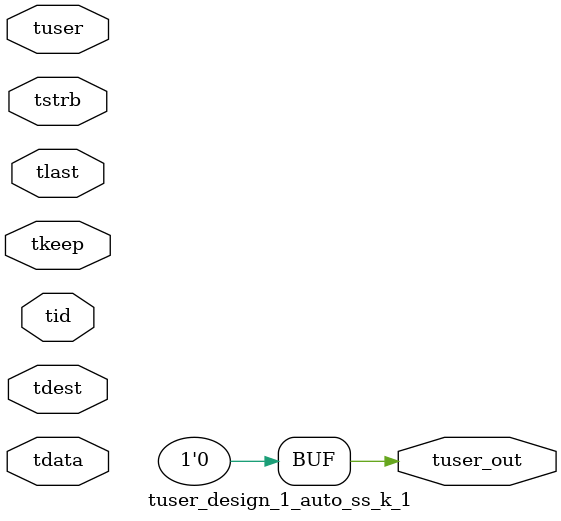
<source format=v>


`timescale 1ps/1ps

module tuser_design_1_auto_ss_k_1 #
(
parameter C_S_AXIS_TUSER_WIDTH = 1,
parameter C_S_AXIS_TDATA_WIDTH = 32,
parameter C_S_AXIS_TID_WIDTH   = 0,
parameter C_S_AXIS_TDEST_WIDTH = 0,
parameter C_M_AXIS_TUSER_WIDTH = 1
)
(
input  [(C_S_AXIS_TUSER_WIDTH == 0 ? 1 : C_S_AXIS_TUSER_WIDTH)-1:0     ] tuser,
input  [(C_S_AXIS_TDATA_WIDTH == 0 ? 1 : C_S_AXIS_TDATA_WIDTH)-1:0     ] tdata,
input  [(C_S_AXIS_TID_WIDTH   == 0 ? 1 : C_S_AXIS_TID_WIDTH)-1:0       ] tid,
input  [(C_S_AXIS_TDEST_WIDTH == 0 ? 1 : C_S_AXIS_TDEST_WIDTH)-1:0     ] tdest,
input  [(C_S_AXIS_TDATA_WIDTH/8)-1:0 ] tkeep,
input  [(C_S_AXIS_TDATA_WIDTH/8)-1:0 ] tstrb,
input                                                                    tlast,
output [C_M_AXIS_TUSER_WIDTH-1:0] tuser_out
);

assign tuser_out = {1'b0};

endmodule


</source>
